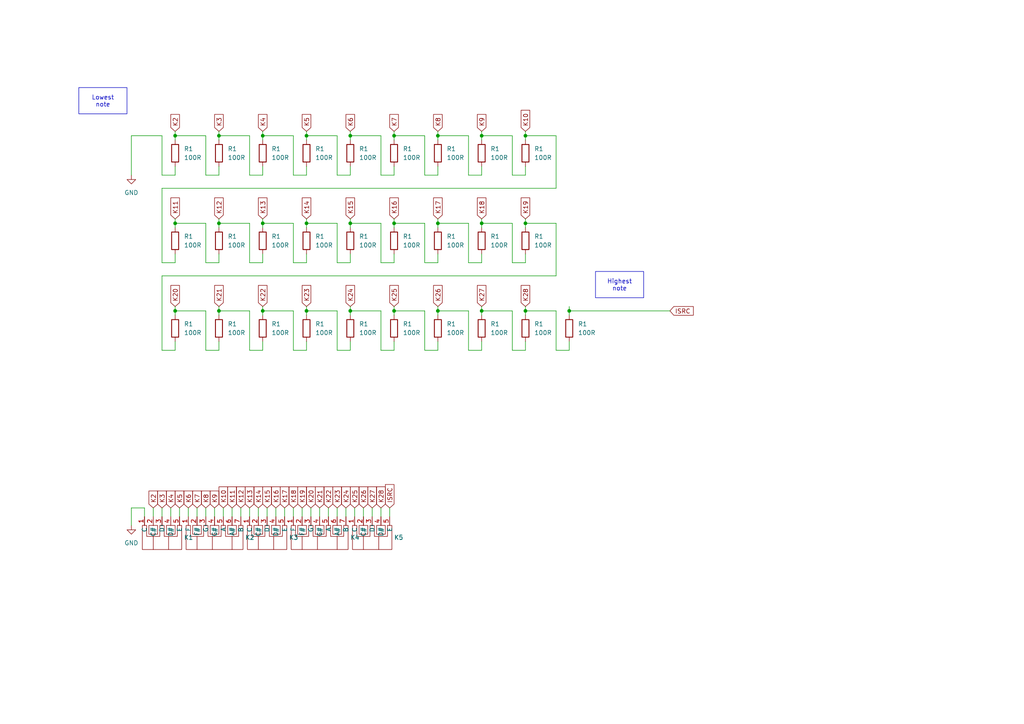
<source format=kicad_sch>
(kicad_sch (version 20230121) (generator eeschema)
  (paper "A4")
  (lib_symbols
    (symbol "Device:R" (pin_numbers hide) (pin_names (offset 0))
      (property "Reference" "R" (at 2.032 0 90))
      (property "Value" "R" (at 0 0 90))
      (symbol "R_0_1"
        (rectangle (start -1.016 -2.54) (end 1.016 2.54) (stroke (width 0.254)))
      )
      (symbol "R_1_1"
        (pin passive line (at 0 3.81 270) (length 1.27) (name "~") (number "1"))
        (pin passive line (at 0 -3.81 90) (length 1.27) (name "~") (number "2"))
      )
    )
    (symbol "Synth:Keyboard_5_keys" (in_bom no)
      (property "Reference" "K" (at -1.905 4.445 0))
      (symbol "Keyboard_5_keys_0_1"
        (polyline (pts (xy -0.635 0) (xy -0.635 -3.175) (xy -2.54 -3.175)))
        (polyline (pts (xy 4.445 0) (xy 4.445 -3.175) (xy 1.905 -3.175)))
        (polyline (pts (xy 4.445 0) (xy 5.715 0) (xy 5.715 -6.985) (xy 1.905 -6.985)))
        (polyline (pts (xy -3.81 0) (xy -3.81 -2.54) (xy -1.27 -2.54) (xy -1.27 0) (xy -3.81 0)))
        (polyline (pts (xy 1.27 0) (xy 1.27 -2.54) (xy 3.81 -2.54) (xy 3.81 0) (xy 1.27 0)))
        (polyline (pts (xy -2.54 -6.985) (xy 1.905 -6.985) (xy 1.905 -3.175) (xy 0.635 -3.175) (xy 0.635 0) (xy -0.635 0)))
        (polyline (pts (xy -5.08 0) (xy -5.715 0) (xy -5.715 -6.985) (xy -2.54 -6.985) (xy -2.54 -3.175) (xy -4.445 -3.175) (xy -4.445 0) (xy -5.08 0)))
      )
      (symbol "Keyboard_5_keys_1_1"
        (pin input line (at -5.08 2.54 270) (length 2.54) (name "C") (number "1"))
        (pin input line (at -2.54 2.54 270) (length 2.54) (name "C#") (number "2"))
        (pin input line (at 0 2.54 270) (length 2.54) (name "D") (number "3"))
        (pin input line (at 2.54 2.54 270) (length 2.54) (name "D#") (number "4"))
        (pin input line (at 5.08 2.54 270) (length 2.54) (name "E") (number "5"))
      )
    )
    (symbol "Synth:Keyboard_7_keys" (in_bom no)
      (property "Reference" "K" (at -1.905 4.445 0))
      (symbol "Keyboard_7_keys_0_1"
        (polyline (pts (xy -0.635 0) (xy -0.635 -3.175) (xy -2.54 -3.175)))
        (polyline (pts (xy 4.445 0) (xy 4.445 -3.175) (xy 1.905 -3.175)))
        (polyline (pts (xy 9.525 0) (xy 9.525 -3.175) (xy 7.62 -3.175)))
        (polyline (pts (xy 9.525 0) (xy 10.795 0) (xy 10.795 -6.985) (xy 7.62 -6.985)))
        (polyline (pts (xy -3.81 0) (xy -3.81 -2.54) (xy -1.27 -2.54) (xy -1.27 0) (xy -3.81 0)))
        (polyline (pts (xy 1.27 0) (xy 1.27 -2.54) (xy 3.81 -2.54) (xy 3.81 0) (xy 1.27 0)))
        (polyline (pts (xy 6.35 0) (xy 6.35 -2.54) (xy 8.89 -2.54) (xy 8.89 0) (xy 6.35 0)))
        (polyline (pts (xy -2.54 -6.985) (xy 1.905 -6.985) (xy 1.905 -3.175) (xy 0.635 -3.175) (xy 0.635 0) (xy -0.635 0)))
        (polyline (pts (xy 4.445 0) (xy 5.715 0) (xy 5.715 -3.175) (xy 7.62 -3.175) (xy 7.62 -6.985) (xy 1.905 -6.985)))
        (polyline (pts (xy -5.08 0) (xy -5.715 0) (xy -5.715 -6.985) (xy -2.54 -6.985) (xy -2.54 -3.175) (xy -4.445 -3.175) (xy -4.445 0) (xy -5.08 0)))
      )
      (symbol "Keyboard_7_keys_1_1"
        (pin input line (at -5.08 2.54 270) (length 2.54) (name "F") (number "1"))
        (pin input line (at -2.54 2.54 270) (length 2.54) (name "F#") (number "2"))
        (pin input line (at 0 2.54 270) (length 2.54) (name "G") (number "3"))
        (pin input line (at 2.54 2.54 270) (length 2.54) (name "G#") (number "4"))
        (pin input line (at 5.08 2.54 270) (length 2.54) (name "A") (number "5"))
        (pin input line (at 7.62 2.54 270) (length 2.54) (name "A#") (number "6"))
        (pin input line (at 10.16 2.54 270) (length 2.54) (name "B") (number "7"))
      )
    )
    (symbol "power:GND" (power) (pin_names (offset 0))
      (property "Value" "GND" (at 0 -3.81 0))
      (symbol "GND_0_1"
        (polyline (pts (xy 0 0) (xy 0 -1.27) (xy 1.27 -1.27) (xy 0 -2.54) (xy -1.27 -1.27) (xy 0 -1.27)))
      )
      (symbol "GND_1_1"
        (pin power_in line (at 0 0 270) (length 0) hide (name "GND") (number "1"))
      )
    )
  )
  (junction (at 63.5 39.37))
  (junction (at 101.6 64.77))
  (junction (at 139.7 90.17))
  (junction (at 152.4 90.17))
  (junction (at 50.8 90.17))
  (junction (at 63.5 64.77))
  (junction (at 139.7 64.77))
  (junction (at 50.8 64.77))
  (junction (at 165.1 90.17))
  (junction (at 88.9 39.37))
  (junction (at 127 64.77))
  (junction (at 114.3 90.17))
  (junction (at 101.6 90.17))
  (junction (at 50.8 39.37))
  (junction (at 101.6 39.37))
  (junction (at 114.3 39.37))
  (junction (at 152.4 39.37))
  (junction (at 127 90.17))
  (junction (at 76.2 39.37))
  (junction (at 88.9 64.77))
  (junction (at 127 39.37))
  (junction (at 114.3 64.77))
  (junction (at 152.4 64.77))
  (junction (at 88.9 90.17))
  (junction (at 139.7 39.37))
  (junction (at 76.2 90.17))
  (junction (at 63.5 90.17))
  (junction (at 76.2 64.77))
  (wire (pts (xy 152.4 39.37) (xy 152.4 40.64)))
  (wire (pts (xy 59.69 50.8) (xy 59.69 39.37)))
  (wire (pts (xy 114.3 38.1) (xy 114.3 39.37)))
  (wire (pts (xy 80.01 147.32) (xy 80.01 149.86)))
  (wire (pts (xy 114.3 63.5) (xy 114.3 64.77)))
  (wire (pts (xy 88.9 90.17) (xy 88.9 91.44)))
  (wire (pts (xy 46.99 76.2) (xy 46.99 54.61)))
  (wire (pts (xy 107.95 147.32) (xy 107.95 149.86)))
  (wire (pts (xy 52.07 147.32) (xy 52.07 149.86)))
  (wire (pts (xy 101.6 101.6) (xy 97.79 101.6)))
  (wire (pts (xy 85.09 147.32) (xy 85.09 149.86)))
  (wire (pts (xy 63.5 99.06) (xy 63.5 101.6)))
  (wire (pts (xy 72.39 39.37) (xy 63.5 39.37)))
  (wire (pts (xy 114.3 88.9) (xy 114.3 90.17)))
  (wire (pts (xy 139.7 64.77) (xy 139.7 66.04)))
  (wire (pts (xy 152.4 48.26) (xy 152.4 50.8)))
  (wire (pts (xy 135.89 50.8) (xy 135.89 39.37)))
  (wire (pts (xy 139.7 48.26) (xy 139.7 50.8)))
  (wire (pts (xy 38.1 147.32) (xy 38.1 152.4)))
  (wire (pts (xy 64.77 147.32) (xy 64.77 149.86)))
  (wire (pts (xy 85.09 101.6) (xy 85.09 90.17)))
  (wire (pts (xy 63.5 63.5) (xy 63.5 64.77)))
  (wire (pts (xy 148.59 90.17) (xy 139.7 90.17)))
  (wire (pts (xy 76.2 64.77) (xy 76.2 66.04)))
  (wire (pts (xy 63.5 88.9) (xy 63.5 90.17)))
  (wire (pts (xy 88.9 101.6) (xy 85.09 101.6)))
  (wire (pts (xy 123.19 90.17) (xy 114.3 90.17)))
  (wire (pts (xy 50.8 99.06) (xy 50.8 101.6)))
  (wire (pts (xy 101.6 39.37) (xy 110.49 39.37)))
  (wire (pts (xy 139.7 101.6) (xy 135.89 101.6)))
  (wire (pts (xy 127 88.9) (xy 127 90.17)))
  (wire (pts (xy 152.4 50.8) (xy 148.59 50.8)))
  (wire (pts (xy 46.99 54.61) (xy 161.29 54.61)))
  (wire (pts (xy 123.19 64.77) (xy 114.3 64.77)))
  (wire (pts (xy 114.3 73.66) (xy 114.3 76.2)))
  (wire (pts (xy 127 76.2) (xy 123.19 76.2)))
  (wire (pts (xy 101.6 76.2) (xy 97.79 76.2)))
  (wire (pts (xy 88.9 88.9) (xy 88.9 90.17)))
  (wire (pts (xy 101.6 63.5) (xy 101.6 64.77)))
  (wire (pts (xy 127 39.37) (xy 127 40.64)))
  (wire (pts (xy 114.3 76.2) (xy 110.49 76.2)))
  (wire (pts (xy 139.7 63.5) (xy 139.7 64.77)))
  (wire (pts (xy 148.59 50.8) (xy 148.59 39.37)))
  (wire (pts (xy 152.4 99.06) (xy 152.4 101.6)))
  (wire (pts (xy 165.1 101.6) (xy 161.29 101.6)))
  (wire (pts (xy 72.39 90.17) (xy 63.5 90.17)))
  (wire (pts (xy 152.4 101.6) (xy 148.59 101.6)))
  (wire (pts (xy 38.1 39.37) (xy 46.99 39.37)))
  (wire (pts (xy 161.29 90.17) (xy 152.4 90.17)))
  (wire (pts (xy 69.85 147.32) (xy 69.85 149.86)))
  (wire (pts (xy 123.19 39.37) (xy 114.3 39.37)))
  (wire (pts (xy 101.6 90.17) (xy 101.6 91.44)))
  (wire (pts (xy 148.59 64.77) (xy 139.7 64.77)))
  (wire (pts (xy 77.47 147.32) (xy 77.47 149.86)))
  (wire (pts (xy 114.3 99.06) (xy 114.3 101.6)))
  (wire (pts (xy 165.1 90.17) (xy 165.1 91.44)))
  (wire (pts (xy 76.2 73.66) (xy 76.2 76.2)))
  (wire (pts (xy 110.49 90.17) (xy 101.6 90.17)))
  (wire (pts (xy 165.1 88.9) (xy 165.1 90.17)))
  (wire (pts (xy 50.8 39.37) (xy 50.8 40.64)))
  (wire (pts (xy 85.09 90.17) (xy 76.2 90.17)))
  (wire (pts (xy 161.29 80.01) (xy 161.29 64.77)))
  (wire (pts (xy 46.99 80.01) (xy 161.29 80.01)))
  (wire (pts (xy 85.09 50.8) (xy 85.09 39.37)))
  (wire (pts (xy 50.8 101.6) (xy 46.99 101.6)))
  (wire (pts (xy 63.5 73.66) (xy 63.5 76.2)))
  (wire (pts (xy 50.8 88.9) (xy 50.8 90.17)))
  (wire (pts (xy 74.93 147.32) (xy 74.93 149.86)))
  (wire (pts (xy 88.9 50.8) (xy 85.09 50.8)))
  (wire (pts (xy 123.19 76.2) (xy 123.19 64.77)))
  (wire (pts (xy 63.5 38.1) (xy 63.5 39.37)))
  (wire (pts (xy 97.79 39.37) (xy 88.9 39.37)))
  (wire (pts (xy 135.89 90.17) (xy 127 90.17)))
  (wire (pts (xy 127 50.8) (xy 123.19 50.8)))
  (wire (pts (xy 127 101.6) (xy 123.19 101.6)))
  (wire (pts (xy 97.79 76.2) (xy 97.79 64.77)))
  (wire (pts (xy 194.31 90.17) (xy 165.1 90.17)))
  (wire (pts (xy 114.3 101.6) (xy 110.49 101.6)))
  (wire (pts (xy 88.9 48.26) (xy 88.9 50.8)))
  (wire (pts (xy 88.9 73.66) (xy 88.9 76.2)))
  (wire (pts (xy 105.41 147.32) (xy 105.41 149.86)))
  (wire (pts (xy 50.8 50.8) (xy 46.99 50.8)))
  (wire (pts (xy 76.2 76.2) (xy 72.39 76.2)))
  (wire (pts (xy 95.25 147.32) (xy 95.25 149.86)))
  (wire (pts (xy 127 99.06) (xy 127 101.6)))
  (wire (pts (xy 50.8 73.66) (xy 50.8 76.2)))
  (wire (pts (xy 165.1 99.06) (xy 165.1 101.6)))
  (wire (pts (xy 59.69 147.32) (xy 59.69 149.86)))
  (wire (pts (xy 139.7 99.06) (xy 139.7 101.6)))
  (wire (pts (xy 152.4 90.17) (xy 152.4 91.44)))
  (wire (pts (xy 76.2 38.1) (xy 76.2 39.37)))
  (wire (pts (xy 139.7 50.8) (xy 135.89 50.8)))
  (wire (pts (xy 135.89 64.77) (xy 127 64.77)))
  (wire (pts (xy 63.5 48.26) (xy 63.5 50.8)))
  (wire (pts (xy 63.5 76.2) (xy 59.69 76.2)))
  (wire (pts (xy 123.19 50.8) (xy 123.19 39.37)))
  (wire (pts (xy 148.59 39.37) (xy 139.7 39.37)))
  (wire (pts (xy 46.99 50.8) (xy 46.99 39.37)))
  (wire (pts (xy 67.31 147.32) (xy 67.31 149.86)))
  (wire (pts (xy 88.9 64.77) (xy 88.9 66.04)))
  (wire (pts (xy 139.7 76.2) (xy 135.89 76.2)))
  (wire (pts (xy 59.69 64.77) (xy 50.8 64.77)))
  (wire (pts (xy 90.17 147.32) (xy 90.17 149.86)))
  (wire (pts (xy 88.9 39.37) (xy 88.9 40.64)))
  (wire (pts (xy 57.15 147.32) (xy 57.15 149.86)))
  (wire (pts (xy 50.8 76.2) (xy 46.99 76.2)))
  (wire (pts (xy 97.79 64.77) (xy 88.9 64.77)))
  (wire (pts (xy 62.23 147.32) (xy 62.23 149.86)))
  (wire (pts (xy 46.99 101.6) (xy 46.99 80.01)))
  (wire (pts (xy 50.8 38.1) (xy 50.8 39.37)))
  (wire (pts (xy 127 64.77) (xy 127 66.04)))
  (wire (pts (xy 139.7 90.17) (xy 139.7 91.44)))
  (wire (pts (xy 49.53 147.32) (xy 49.53 149.86)))
  (wire (pts (xy 114.3 48.26) (xy 114.3 50.8)))
  (wire (pts (xy 139.7 39.37) (xy 139.7 40.64)))
  (wire (pts (xy 97.79 101.6) (xy 97.79 90.17)))
  (wire (pts (xy 46.99 147.32) (xy 46.99 149.86)))
  (wire (pts (xy 76.2 63.5) (xy 76.2 64.77)))
  (wire (pts (xy 63.5 90.17) (xy 63.5 91.44)))
  (wire (pts (xy 127 38.1) (xy 127 39.37)))
  (wire (pts (xy 139.7 88.9) (xy 139.7 90.17)))
  (wire (pts (xy 59.69 39.37) (xy 50.8 39.37)))
  (wire (pts (xy 76.2 101.6) (xy 72.39 101.6)))
  (wire (pts (xy 139.7 38.1) (xy 139.7 39.37)))
  (wire (pts (xy 41.91 147.32) (xy 38.1 147.32)))
  (wire (pts (xy 44.45 147.32) (xy 44.45 149.86)))
  (wire (pts (xy 76.2 50.8) (xy 72.39 50.8)))
  (wire (pts (xy 97.79 147.32) (xy 97.79 149.86)))
  (wire (pts (xy 82.55 147.32) (xy 82.55 149.86)))
  (wire (pts (xy 88.9 76.2) (xy 85.09 76.2)))
  (wire (pts (xy 101.6 88.9) (xy 101.6 90.17)))
  (wire (pts (xy 41.91 149.86) (xy 41.91 147.32)))
  (wire (pts (xy 54.61 147.32) (xy 54.61 149.86)))
  (wire (pts (xy 127 63.5) (xy 127 64.77)))
  (wire (pts (xy 135.89 76.2) (xy 135.89 64.77)))
  (wire (pts (xy 50.8 63.5) (xy 50.8 64.77)))
  (wire (pts (xy 114.3 64.77) (xy 114.3 66.04)))
  (wire (pts (xy 59.69 90.17) (xy 50.8 90.17)))
  (wire (pts (xy 110.49 101.6) (xy 110.49 90.17)))
  (wire (pts (xy 152.4 88.9) (xy 152.4 90.17)))
  (wire (pts (xy 100.33 147.32) (xy 100.33 149.86)))
  (wire (pts (xy 87.63 147.32) (xy 87.63 149.86)))
  (wire (pts (xy 85.09 76.2) (xy 85.09 64.77)))
  (wire (pts (xy 127 90.17) (xy 127 91.44)))
  (wire (pts (xy 114.3 50.8) (xy 110.49 50.8)))
  (wire (pts (xy 127 73.66) (xy 127 76.2)))
  (wire (pts (xy 97.79 90.17) (xy 88.9 90.17)))
  (wire (pts (xy 72.39 64.77) (xy 63.5 64.77)))
  (wire (pts (xy 50.8 64.77) (xy 50.8 66.04)))
  (wire (pts (xy 63.5 64.77) (xy 63.5 66.04)))
  (wire (pts (xy 123.19 101.6) (xy 123.19 90.17)))
  (wire (pts (xy 88.9 99.06) (xy 88.9 101.6)))
  (wire (pts (xy 50.8 90.17) (xy 50.8 91.44)))
  (wire (pts (xy 76.2 99.06) (xy 76.2 101.6)))
  (wire (pts (xy 110.49 50.8) (xy 110.49 39.37)))
  (wire (pts (xy 76.2 90.17) (xy 76.2 91.44)))
  (wire (pts (xy 72.39 76.2) (xy 72.39 64.77)))
  (wire (pts (xy 85.09 64.77) (xy 76.2 64.77)))
  (wire (pts (xy 63.5 101.6) (xy 59.69 101.6)))
  (wire (pts (xy 50.8 48.26) (xy 50.8 50.8)))
  (wire (pts (xy 101.6 38.1) (xy 101.6 39.37)))
  (wire (pts (xy 72.39 147.32) (xy 72.39 149.86)))
  (wire (pts (xy 114.3 90.17) (xy 114.3 91.44)))
  (wire (pts (xy 110.49 64.77) (xy 101.6 64.77)))
  (wire (pts (xy 76.2 39.37) (xy 76.2 40.64)))
  (wire (pts (xy 113.03 147.32) (xy 113.03 149.86)))
  (wire (pts (xy 72.39 101.6) (xy 72.39 90.17)))
  (wire (pts (xy 161.29 54.61) (xy 161.29 39.37)))
  (wire (pts (xy 101.6 64.77) (xy 101.6 66.04)))
  (wire (pts (xy 152.4 76.2) (xy 148.59 76.2)))
  (wire (pts (xy 161.29 101.6) (xy 161.29 90.17)))
  (wire (pts (xy 152.4 63.5) (xy 152.4 64.77)))
  (wire (pts (xy 110.49 147.32) (xy 110.49 149.86)))
  (wire (pts (xy 92.71 147.32) (xy 92.71 149.86)))
  (wire (pts (xy 59.69 101.6) (xy 59.69 90.17)))
  (wire (pts (xy 101.6 48.26) (xy 101.6 50.8)))
  (wire (pts (xy 161.29 64.77) (xy 152.4 64.77)))
  (wire (pts (xy 102.87 147.32) (xy 102.87 149.86)))
  (wire (pts (xy 114.3 39.37) (xy 114.3 40.64)))
  (wire (pts (xy 148.59 101.6) (xy 148.59 90.17)))
  (wire (pts (xy 63.5 50.8) (xy 59.69 50.8)))
  (wire (pts (xy 139.7 73.66) (xy 139.7 76.2)))
  (wire (pts (xy 152.4 38.1) (xy 152.4 39.37)))
  (wire (pts (xy 127 48.26) (xy 127 50.8)))
  (wire (pts (xy 152.4 73.66) (xy 152.4 76.2)))
  (wire (pts (xy 76.2 88.9) (xy 76.2 90.17)))
  (wire (pts (xy 85.09 39.37) (xy 76.2 39.37)))
  (wire (pts (xy 135.89 101.6) (xy 135.89 90.17)))
  (wire (pts (xy 135.89 39.37) (xy 127 39.37)))
  (wire (pts (xy 88.9 63.5) (xy 88.9 64.77)))
  (wire (pts (xy 88.9 38.1) (xy 88.9 39.37)))
  (wire (pts (xy 72.39 50.8) (xy 72.39 39.37)))
  (wire (pts (xy 101.6 39.37) (xy 101.6 40.64)))
  (wire (pts (xy 161.29 39.37) (xy 152.4 39.37)))
  (wire (pts (xy 59.69 76.2) (xy 59.69 64.77)))
  (wire (pts (xy 76.2 48.26) (xy 76.2 50.8)))
  (wire (pts (xy 110.49 76.2) (xy 110.49 64.77)))
  (wire (pts (xy 152.4 64.77) (xy 152.4 66.04)))
  (wire (pts (xy 101.6 99.06) (xy 101.6 101.6)))
  (wire (pts (xy 101.6 50.8) (xy 97.79 50.8)))
  (wire (pts (xy 148.59 76.2) (xy 148.59 64.77)))
  (wire (pts (xy 38.1 39.37) (xy 38.1 50.8)))
  (wire (pts (xy 97.79 50.8) (xy 97.79 39.37)))
  (wire (pts (xy 101.6 73.66) (xy 101.6 76.2)))
  (wire (pts (xy 63.5 39.37) (xy 63.5 40.64)))
  (text_box "Highest\nnote" (at 172.72 78.74 0) (size 13.97 7.62) (effects (font (size 1.27 1.27))))
  (text_box "Lowest\nnote" (at 22.86 25.4 0) (size 13.97 7.62) (effects (font (size 1.27 1.27))))
  (global_label "K23" (shape input) (at 88.9 88.9 90) (property "Intersheetrefs" "${INTERSHEET_REFS}" (effects hide)))
  (global_label "K21" (shape input) (at 92.71 147.32 90) (property "Intersheetrefs" "${INTERSHEET_REFS}" (effects hide)))
  (global_label "K12" (shape input) (at 63.5 63.5 90) (property "Intersheetrefs" "${INTERSHEET_REFS}" (effects hide)))
  (global_label "ISRC" (shape input) (at 194.31 90.17 0) (property "Intersheetrefs" "${INTERSHEET_REFS}" (effects hide)))
  (global_label "K8" (shape input) (at 59.69 147.32 90) (property "Intersheetrefs" "${INTERSHEET_REFS}" (effects hide)))
  (global_label "K28" (shape input) (at 110.49 147.32 90) (property "Intersheetrefs" "${INTERSHEET_REFS}" (effects hide)))
  (global_label "K23" (shape input) (at 97.79 147.32 90) (property "Intersheetrefs" "${INTERSHEET_REFS}" (effects hide)))
  (global_label "K22" (shape input) (at 95.25 147.32 90) (property "Intersheetrefs" "${INTERSHEET_REFS}" (effects hide)))
  (global_label "K8" (shape input) (at 127 38.1 90) (property "Intersheetrefs" "${INTERSHEET_REFS}" (effects hide)))
  (global_label "K17" (shape input) (at 82.55 147.32 90) (property "Intersheetrefs" "${INTERSHEET_REFS}" (effects hide)))
  (global_label "K18" (shape input) (at 85.09 147.32 90) (property "Intersheetrefs" "${INTERSHEET_REFS}" (effects hide)))
  (global_label "K19" (shape input) (at 152.4 63.5 90) (property "Intersheetrefs" "${INTERSHEET_REFS}" (effects hide)))
  (global_label "K20" (shape input) (at 50.8 88.9 90) (property "Intersheetrefs" "${INTERSHEET_REFS}" (effects hide)))
  (global_label "K4" (shape input) (at 76.2 38.1 90) (property "Intersheetrefs" "${INTERSHEET_REFS}" (effects hide)))
  (global_label "K27" (shape input) (at 107.95 147.32 90) (property "Intersheetrefs" "${INTERSHEET_REFS}" (effects hide)))
  (global_label "K11" (shape input) (at 67.31 147.32 90) (property "Intersheetrefs" "${INTERSHEET_REFS}" (effects hide)))
  (global_label "K24" (shape input) (at 101.6 88.9 90) (property "Intersheetrefs" "${INTERSHEET_REFS}" (effects hide)))
  (global_label "K5" (shape input) (at 52.07 147.32 90) (property "Intersheetrefs" "${INTERSHEET_REFS}" (effects hide)))
  (global_label "K10" (shape input) (at 64.77 147.32 90) (property "Intersheetrefs" "${INTERSHEET_REFS}" (effects hide)))
  (global_label "K26" (shape input) (at 127 88.9 90) (property "Intersheetrefs" "${INTERSHEET_REFS}" (effects hide)))
  (global_label "K27" (shape input) (at 139.7 88.9 90) (property "Intersheetrefs" "${INTERSHEET_REFS}" (effects hide)))
  (global_label "K13" (shape input) (at 72.39 147.32 90) (property "Intersheetrefs" "${INTERSHEET_REFS}" (effects hide)))
  (global_label "K6" (shape input) (at 101.6 38.1 90) (property "Intersheetrefs" "${INTERSHEET_REFS}" (effects hide)))
  (global_label "K2" (shape input) (at 44.45 147.32 90) (property "Intersheetrefs" "${INTERSHEET_REFS}" (effects hide)))
  (global_label "K4" (shape input) (at 49.53 147.32 90) (property "Intersheetrefs" "${INTERSHEET_REFS}" (effects hide)))
  (global_label "K15" (shape input) (at 101.6 63.5 90) (property "Intersheetrefs" "${INTERSHEET_REFS}" (effects hide)))
  (global_label "K19" (shape input) (at 87.63 147.32 90) (property "Intersheetrefs" "${INTERSHEET_REFS}" (effects hide)))
  (global_label "K16" (shape input) (at 80.01 147.32 90) (property "Intersheetrefs" "${INTERSHEET_REFS}" (effects hide)))
  (global_label "K9" (shape input) (at 139.7 38.1 90) (property "Intersheetrefs" "${INTERSHEET_REFS}" (effects hide)))
  (global_label "K5" (shape input) (at 88.9 38.1 90) (property "Intersheetrefs" "${INTERSHEET_REFS}" (effects hide)))
  (global_label "K7" (shape input) (at 114.3 38.1 90) (property "Intersheetrefs" "${INTERSHEET_REFS}" (effects hide)))
  (global_label "K11" (shape input) (at 50.8 63.5 90) (property "Intersheetrefs" "${INTERSHEET_REFS}" (effects hide)))
  (global_label "K13" (shape input) (at 76.2 63.5 90) (property "Intersheetrefs" "${INTERSHEET_REFS}" (effects hide)))
  (global_label "K28" (shape input) (at 152.4 88.9 90) (property "Intersheetrefs" "${INTERSHEET_REFS}" (effects hide)))
  (global_label "K14" (shape input) (at 74.93 147.32 90) (property "Intersheetrefs" "${INTERSHEET_REFS}" (effects hide)))
  (global_label "K12" (shape input) (at 69.85 147.32 90) (property "Intersheetrefs" "${INTERSHEET_REFS}" (effects hide)))
  (global_label "K18" (shape input) (at 139.7 63.5 90) (property "Intersheetrefs" "${INTERSHEET_REFS}" (effects hide)))
  (global_label "K15" (shape input) (at 77.47 147.32 90) (property "Intersheetrefs" "${INTERSHEET_REFS}" (effects hide)))
  (global_label "K25" (shape input) (at 102.87 147.32 90) (property "Intersheetrefs" "${INTERSHEET_REFS}" (effects hide)))
  (global_label "K9" (shape input) (at 62.23 147.32 90) (property "Intersheetrefs" "${INTERSHEET_REFS}" (effects hide)))
  (global_label "K10" (shape input) (at 152.4 38.1 90) (property "Intersheetrefs" "${INTERSHEET_REFS}" (effects hide)))
  (global_label "K14" (shape input) (at 88.9 63.5 90) (property "Intersheetrefs" "${INTERSHEET_REFS}" (effects hide)))
  (global_label "K3" (shape input) (at 63.5 38.1 90) (property "Intersheetrefs" "${INTERSHEET_REFS}" (effects hide)))
  (global_label "K3" (shape input) (at 46.99 147.32 90) (property "Intersheetrefs" "${INTERSHEET_REFS}" (effects hide)))
  (global_label "K7" (shape input) (at 57.15 147.32 90) (property "Intersheetrefs" "${INTERSHEET_REFS}" (effects hide)))
  (global_label "K21" (shape input) (at 63.5 88.9 90) (property "Intersheetrefs" "${INTERSHEET_REFS}" (effects hide)))
  (global_label "K24" (shape input) (at 100.33 147.32 90) (property "Intersheetrefs" "${INTERSHEET_REFS}" (effects hide)))
  (global_label "K16" (shape input) (at 114.3 63.5 90) (property "Intersheetrefs" "${INTERSHEET_REFS}" (effects hide)))
  (global_label "K22" (shape input) (at 76.2 88.9 90) (property "Intersheetrefs" "${INTERSHEET_REFS}" (effects hide)))
  (global_label "K17" (shape input) (at 127 63.5 90) (property "Intersheetrefs" "${INTERSHEET_REFS}" (effects hide)))
  (global_label "K25" (shape input) (at 114.3 88.9 90) (property "Intersheetrefs" "${INTERSHEET_REFS}" (effects hide)))
  (global_label "K2" (shape input) (at 50.8 38.1 90) (property "Intersheetrefs" "${INTERSHEET_REFS}" (effects hide)))
  (global_label "K26" (shape input) (at 105.41 147.32 90) (property "Intersheetrefs" "${INTERSHEET_REFS}" (effects hide)))
  (global_label "K20" (shape input) (at 90.17 147.32 90) (property "Intersheetrefs" "${INTERSHEET_REFS}" (effects hide)))
  (global_label "K6" (shape input) (at 54.61 147.32 90) (property "Intersheetrefs" "${INTERSHEET_REFS}" (effects hide)))
  (global_label "ISRC" (shape input) (at 113.03 147.32 90) (property "Intersheetrefs" "${INTERSHEET_REFS}" (effects hide)))
  (symbol (lib_id "Device:R") (at 63.5 44.45 180) (unit 1)
    (property "Reference" "R1" (at 66.04 43.18 0) (effects (justify right)))
    (property "Value" "100R" (at 66.04 45.72 0) (effects (justify right)))
    (property "Footprint" "Library:R_Axial_DIN0207_L6.3mm_D2.5mm_P7.62mm_Horizontal" (effects hide))
    (instances (project "VCO" (path "" (reference "R1") (unit 1)) (path "" (reference "R1") (unit 1))) (project "VCA" (path "" (reference "R9") (unit 1))) (project "Controller" (path "" (reference "R32") (unit 1))))
  )
  (symbol (lib_id "Device:R") (at 127 44.45 180) (unit 1)
    (property "Reference" "R1" (at 129.54 43.18 0) (effects (justify right)))
    (property "Value" "100R" (at 129.54 45.72 0) (effects (justify right)))
    (property "Footprint" "Library:R_Axial_DIN0207_L6.3mm_D2.5mm_P7.62mm_Horizontal" (effects hide))
    (instances (project "VCO" (path "" (reference "R1") (unit 1)) (path "" (reference "R1") (unit 1))) (project "VCA" (path "" (reference "R9") (unit 1))) (project "Controller" (path "" (reference "R47") (unit 1))))
  )
  (symbol (lib_id "Synth:Keyboard_7_keys") (at 90.17 152.4 0) (unit 1) (in_bom no)
    (property "Reference" "K4" (at 101.6 155.8925 0) (effects (justify left)))
    (property "Value" "~" (at 90.17 152.4 0))
  )
  (symbol (lib_id "Device:R") (at 50.8 95.25 180) (unit 1)
    (property "Reference" "R1" (at 53.34 93.98 0) (effects (justify right)))
    (property "Value" "100R" (at 53.34 96.52 0) (effects (justify right)))
    (property "Footprint" "Library:R_Axial_DIN0207_L6.3mm_D2.5mm_P7.62mm_Horizontal" (effects hide))
    (instances (project "VCO" (path "" (reference "R1") (unit 1)) (path "" (reference "R1") (unit 1))) (project "VCA" (path "" (reference "R9") (unit 1))) (project "Controller" (path "" (reference "R31") (unit 1))))
  )
  (symbol (lib_id "Device:R") (at 139.7 69.85 180) (unit 1)
    (property "Reference" "R1" (at 142.24 68.58 0) (effects (justify right)))
    (property "Value" "100R" (at 142.24 71.12 0) (effects (justify right)))
    (property "Footprint" "Library:R_Axial_DIN0207_L6.3mm_D2.5mm_P7.62mm_Horizontal" (effects hide))
    (instances (project "VCO" (path "" (reference "R1") (unit 1)) (path "" (reference "R1") (unit 1))) (project "VCA" (path "" (reference "R9") (unit 1))) (project "Controller" (path "" (reference "R51") (unit 1))))
  )
  (symbol (lib_id "Device:R") (at 139.7 44.45 180) (unit 1)
    (property "Reference" "R1" (at 142.24 43.18 0) (effects (justify right)))
    (property "Value" "100R" (at 142.24 45.72 0) (effects (justify right)))
    (property "Footprint" "Library:R_Axial_DIN0207_L6.3mm_D2.5mm_P7.62mm_Horizontal" (effects hide))
    (instances (project "VCO" (path "" (reference "R1") (unit 1)) (path "" (reference "R1") (unit 1))) (project "VCA" (path "" (reference "R9") (unit 1))) (project "Controller" (path "" (reference "R50") (unit 1))))
  )
  (symbol (lib_id "Device:R") (at 101.6 44.45 180) (unit 1)
    (property "Reference" "R1" (at 104.14 43.18 0) (effects (justify right)))
    (property "Value" "100R" (at 104.14 45.72 0) (effects (justify right)))
    (property "Footprint" "Library:R_Axial_DIN0207_L6.3mm_D2.5mm_P7.62mm_Horizontal" (effects hide))
    (instances (project "VCO" (path "" (reference "R1") (unit 1)) (path "" (reference "R1") (unit 1))) (project "VCA" (path "" (reference "R9") (unit 1))) (project "Controller" (path "" (reference "R41") (unit 1))))
  )
  (symbol (lib_id "Device:R") (at 76.2 95.25 180) (unit 1)
    (property "Reference" "R1" (at 78.74 93.98 0) (effects (justify right)))
    (property "Value" "100R" (at 78.74 96.52 0) (effects (justify right)))
    (property "Footprint" "Library:R_Axial_DIN0207_L6.3mm_D2.5mm_P7.62mm_Horizontal" (effects hide))
    (instances (project "VCO" (path "" (reference "R1") (unit 1)) (path "" (reference "R1") (unit 1))) (project "VCA" (path "" (reference "R9") (unit 1))) (project "Controller" (path "" (reference "R37") (unit 1))))
  )
  (symbol (lib_id "Synth:Keyboard_7_keys") (at 59.69 152.4 0) (unit 1) (in_bom no)
    (property "Reference" "K2" (at 71.12 155.8925 0) (effects (justify left)))
    (property "Value" "~" (at 59.69 152.4 0))
  )
  (symbol (lib_id "Device:R") (at 101.6 95.25 180) (unit 1)
    (property "Reference" "R1" (at 104.14 93.98 0) (effects (justify right)))
    (property "Value" "100R" (at 104.14 96.52 0) (effects (justify right)))
    (property "Footprint" "Library:R_Axial_DIN0207_L6.3mm_D2.5mm_P7.62mm_Horizontal" (effects hide))
    (instances (project "VCO" (path "" (reference "R1") (unit 1)) (path "" (reference "R1") (unit 1))) (project "VCA" (path "" (reference "R9") (unit 1))) (project "Controller" (path "" (reference "R43") (unit 1))))
  )
  (symbol (lib_id "Device:R") (at 152.4 69.85 180) (unit 1)
    (property "Reference" "R1" (at 154.94 68.58 0) (effects (justify right)))
    (property "Value" "100R" (at 154.94 71.12 0) (effects (justify right)))
    (property "Footprint" "Library:R_Axial_DIN0207_L6.3mm_D2.5mm_P7.62mm_Horizontal" (effects hide))
    (instances (project "VCO" (path "" (reference "R1") (unit 1)) (path "" (reference "R1") (unit 1))) (project "VCA" (path "" (reference "R9") (unit 1))) (project "Controller" (path "" (reference "R54") (unit 1))))
  )
  (symbol (lib_id "Device:R") (at 152.4 95.25 180) (unit 1)
    (property "Reference" "R1" (at 154.94 93.98 0) (effects (justify right)))
    (property "Value" "100R" (at 154.94 96.52 0) (effects (justify right)))
    (property "Footprint" "Library:R_Axial_DIN0207_L6.3mm_D2.5mm_P7.62mm_Horizontal" (effects hide))
    (instances (project "VCO" (path "" (reference "R1") (unit 1)) (path "" (reference "R1") (unit 1))) (project "VCA" (path "" (reference "R9") (unit 1))) (project "Controller" (path "" (reference "R55") (unit 1))))
  )
  (symbol (lib_id "Device:R") (at 50.8 69.85 180) (unit 1)
    (property "Reference" "R1" (at 53.34 68.58 0) (effects (justify right)))
    (property "Value" "100R" (at 53.34 71.12 0) (effects (justify right)))
    (property "Footprint" "Library:R_Axial_DIN0207_L6.3mm_D2.5mm_P7.62mm_Horizontal" (effects hide))
    (instances (project "VCO" (path "" (reference "R1") (unit 1)) (path "" (reference "R1") (unit 1))) (project "VCA" (path "" (reference "R9") (unit 1))) (project "Controller" (path "" (reference "R30") (unit 1))))
  )
  (symbol (lib_id "Synth:Keyboard_5_keys") (at 107.95 152.4 0) (unit 1) (in_bom no)
    (property "Reference" "K5" (at 114.3 155.8925 0) (effects (justify left)))
    (property "Value" "~" (at 107.95 152.4 0))
  )
  (symbol (lib_id "power:GND") (at 38.1 50.8 0) (unit 1)
    (property "Reference" "#PWR039" (effects hide))
    (property "Value" "GND" (at 38.1 55.88 0))
  )
  (symbol (lib_id "Device:R") (at 88.9 69.85 180) (unit 1)
    (property "Reference" "R1" (at 91.44 68.58 0) (effects (justify right)))
    (property "Value" "100R" (at 91.44 71.12 0) (effects (justify right)))
    (property "Footprint" "Library:R_Axial_DIN0207_L6.3mm_D2.5mm_P7.62mm_Horizontal" (effects hide))
    (instances (project "VCO" (path "" (reference "R1") (unit 1)) (path "" (reference "R1") (unit 1))) (project "VCA" (path "" (reference "R9") (unit 1))) (project "Controller" (path "" (reference "R39") (unit 1))))
  )
  (symbol (lib_id "Device:R") (at 88.9 95.25 180) (unit 1)
    (property "Reference" "R1" (at 91.44 93.98 0) (effects (justify right)))
    (property "Value" "100R" (at 91.44 96.52 0) (effects (justify right)))
    (property "Footprint" "Library:R_Axial_DIN0207_L6.3mm_D2.5mm_P7.62mm_Horizontal" (effects hide))
    (instances (project "VCO" (path "" (reference "R1") (unit 1)) (path "" (reference "R1") (unit 1))) (project "VCA" (path "" (reference "R9") (unit 1))) (project "Controller" (path "" (reference "R40") (unit 1))))
  )
  (symbol (lib_id "Device:R") (at 101.6 69.85 180) (unit 1)
    (property "Reference" "R1" (at 104.14 68.58 0) (effects (justify right)))
    (property "Value" "100R" (at 104.14 71.12 0) (effects (justify right)))
    (property "Footprint" "Library:R_Axial_DIN0207_L6.3mm_D2.5mm_P7.62mm_Horizontal" (effects hide))
    (instances (project "VCO" (path "" (reference "R1") (unit 1)) (path "" (reference "R1") (unit 1))) (project "VCA" (path "" (reference "R9") (unit 1))) (project "Controller" (path "" (reference "R42") (unit 1))))
  )
  (symbol (lib_id "Device:R") (at 88.9 44.45 180) (unit 1)
    (property "Reference" "R1" (at 91.44 43.18 0) (effects (justify right)))
    (property "Value" "100R" (at 91.44 45.72 0) (effects (justify right)))
    (property "Footprint" "Library:R_Axial_DIN0207_L6.3mm_D2.5mm_P7.62mm_Horizontal" (effects hide))
    (instances (project "VCO" (path "" (reference "R1") (unit 1)) (path "" (reference "R1") (unit 1))) (project "VCA" (path "" (reference "R9") (unit 1))) (project "Controller" (path "" (reference "R38") (unit 1))))
  )
  (symbol (lib_id "Device:R") (at 76.2 44.45 180) (unit 1)
    (property "Reference" "R1" (at 78.74 43.18 0) (effects (justify right)))
    (property "Value" "100R" (at 78.74 45.72 0) (effects (justify right)))
    (property "Footprint" "Library:R_Axial_DIN0207_L6.3mm_D2.5mm_P7.62mm_Horizontal" (effects hide))
    (instances (project "VCO" (path "" (reference "R1") (unit 1)) (path "" (reference "R1") (unit 1))) (project "VCA" (path "" (reference "R9") (unit 1))) (project "Controller" (path "" (reference "R35") (unit 1))))
  )
  (symbol (lib_id "Device:R") (at 165.1 95.25 180) (unit 1)
    (property "Reference" "R1" (at 167.64 93.98 0) (effects (justify right)))
    (property "Value" "100R" (at 167.64 96.52 0) (effects (justify right)))
    (property "Footprint" "Library:R_Axial_DIN0207_L6.3mm_D2.5mm_P7.62mm_Horizontal" (effects hide))
    (instances (project "VCO" (path "" (reference "R1") (unit 1)) (path "" (reference "R1") (unit 1))) (project "VCA" (path "" (reference "R9") (unit 1))) (project "Controller" (path "" (reference "R56") (unit 1))))
  )
  (symbol (lib_id "Synth:Keyboard_5_keys") (at 77.47 152.4 0) (unit 1) (in_bom no)
    (property "Reference" "K3" (at 83.82 155.8925 0) (effects (justify left)))
    (property "Value" "~" (at 77.47 152.4 0))
    (property "Footprint" "Library:Keyboard 5 keys" (effects hide))
  )
  (symbol (lib_id "Device:R") (at 139.7 95.25 180) (unit 1)
    (property "Reference" "R1" (at 142.24 93.98 0) (effects (justify right)))
    (property "Value" "100R" (at 142.24 96.52 0) (effects (justify right)))
    (property "Footprint" "Library:R_Axial_DIN0207_L6.3mm_D2.5mm_P7.62mm_Horizontal" (effects hide))
    (instances (project "VCO" (path "" (reference "R1") (unit 1)) (path "" (reference "R1") (unit 1))) (project "VCA" (path "" (reference "R9") (unit 1))) (project "Controller" (path "" (reference "R52") (unit 1))))
  )
  (symbol (lib_id "Device:R") (at 152.4 44.45 180) (unit 1)
    (property "Reference" "R1" (at 154.94 43.18 0) (effects (justify right)))
    (property "Value" "100R" (at 154.94 45.72 0) (effects (justify right)))
    (property "Footprint" "Library:R_Axial_DIN0207_L6.3mm_D2.5mm_P7.62mm_Horizontal" (effects hide))
    (instances (project "VCO" (path "" (reference "R1") (unit 1)) (path "" (reference "R1") (unit 1))) (project "VCA" (path "" (reference "R9") (unit 1))) (project "Controller" (path "" (reference "R53") (unit 1))))
  )
  (symbol (lib_id "Synth:Keyboard_5_keys") (at 46.99 152.4 0) (unit 1) (in_bom no)
    (property "Reference" "K1" (at 53.34 155.8925 0) (effects (justify left)))
    (property "Value" "~" (at 46.99 152.4 0))
    (property "Footprint" "Library:Keyboard 5 keys" (effects hide))
  )
  (symbol (lib_id "Device:R") (at 76.2 69.85 180) (unit 1)
    (property "Reference" "R1" (at 78.74 68.58 0) (effects (justify right)))
    (property "Value" "100R" (at 78.74 71.12 0) (effects (justify right)))
    (property "Footprint" "Library:R_Axial_DIN0207_L6.3mm_D2.5mm_P7.62mm_Horizontal" (effects hide))
    (instances (project "VCO" (path "" (reference "R1") (unit 1)) (path "" (reference "R1") (unit 1))) (project "VCA" (path "" (reference "R9") (unit 1))) (project "Controller" (path "" (reference "R36") (unit 1))))
  )
  (symbol (lib_id "Device:R") (at 63.5 69.85 180) (unit 1)
    (property "Reference" "R1" (at 66.04 68.58 0) (effects (justify right)))
    (property "Value" "100R" (at 66.04 71.12 0) (effects (justify right)))
    (property "Footprint" "Library:R_Axial_DIN0207_L6.3mm_D2.5mm_P7.62mm_Horizontal" (effects hide))
    (instances (project "VCO" (path "" (reference "R1") (unit 1)) (path "" (reference "R1") (unit 1))) (project "VCA" (path "" (reference "R9") (unit 1))) (project "Controller" (path "" (reference "R33") (unit 1))))
  )
  (symbol (lib_id "Device:R") (at 63.5 95.25 180) (unit 1)
    (property "Reference" "R1" (at 66.04 93.98 0) (effects (justify right)))
    (property "Value" "100R" (at 66.04 96.52 0) (effects (justify right)))
    (property "Footprint" "Library:R_Axial_DIN0207_L6.3mm_D2.5mm_P7.62mm_Horizontal" (effects hide))
    (instances (project "VCO" (path "" (reference "R1") (unit 1)) (path "" (reference "R1") (unit 1))) (project "VCA" (path "" (reference "R9") (unit 1))) (project "Controller" (path "" (reference "R34") (unit 1))))
  )
  (symbol (lib_id "power:GND") (at 38.1 152.4 0) (unit 1)
    (property "Reference" "#PWR053" (effects hide))
    (property "Value" "GND" (at 38.1 157.48 0))
  )
  (symbol (lib_id "Device:R") (at 114.3 95.25 180) (unit 1)
    (property "Reference" "R1" (at 116.84 93.98 0) (effects (justify right)))
    (property "Value" "100R" (at 116.84 96.52 0) (effects (justify right)))
    (property "Footprint" "Library:R_Axial_DIN0207_L6.3mm_D2.5mm_P7.62mm_Horizontal" (effects hide))
    (instances (project "VCO" (path "" (reference "R1") (unit 1)) (path "" (reference "R1") (unit 1))) (project "VCA" (path "" (reference "R9") (unit 1))) (project "Controller" (path "" (reference "R46") (unit 1))))
  )
  (symbol (lib_id "Device:R") (at 127 69.85 180) (unit 1)
    (property "Reference" "R1" (at 129.54 68.58 0) (effects (justify right)))
    (property "Value" "100R" (at 129.54 71.12 0) (effects (justify right)))
    (property "Footprint" "Library:R_Axial_DIN0207_L6.3mm_D2.5mm_P7.62mm_Horizontal" (effects hide))
    (instances (project "VCO" (path "" (reference "R1") (unit 1)) (path "" (reference "R1") (unit 1))) (project "VCA" (path "" (reference "R9") (unit 1))) (project "Controller" (path "" (reference "R48") (unit 1))))
  )
  (symbol (lib_id "Device:R") (at 114.3 69.85 180) (unit 1)
    (property "Reference" "R1" (at 116.84 68.58 0) (effects (justify right)))
    (property "Value" "100R" (at 116.84 71.12 0) (effects (justify right)))
    (property "Footprint" "Library:R_Axial_DIN0207_L6.3mm_D2.5mm_P7.62mm_Horizontal" (effects hide))
    (instances (project "VCO" (path "" (reference "R1") (unit 1)) (path "" (reference "R1") (unit 1))) (project "VCA" (path "" (reference "R9") (unit 1))) (project "Controller" (path "" (reference "R45") (unit 1))))
  )
  (symbol (lib_id "Device:R") (at 127 95.25 180) (unit 1)
    (property "Reference" "R1" (at 129.54 93.98 0) (effects (justify right)))
    (property "Value" "100R" (at 129.54 96.52 0) (effects (justify right)))
    (property "Footprint" "Library:R_Axial_DIN0207_L6.3mm_D2.5mm_P7.62mm_Horizontal" (effects hide))
    (instances (project "VCO" (path "" (reference "R1") (unit 1)) (path "" (reference "R1") (unit 1))) (project "VCA" (path "" (reference "R9") (unit 1))) (project "Controller" (path "" (reference "R49") (unit 1))))
  )
  (symbol (lib_id "Device:R") (at 50.8 44.45 180) (unit 1)
    (property "Reference" "R1" (at 53.34 43.18 0) (effects (justify right)))
    (property "Value" "100R" (at 53.34 45.72 0) (effects (justify right)))
    (property "Footprint" "Library:R_Axial_DIN0207_L6.3mm_D2.5mm_P7.62mm_Horizontal" (effects hide))
    (instances (project "VCO" (path "" (reference "R1") (unit 1)) (path "" (reference "R1") (unit 1))) (project "VCA" (path "" (reference "R9") (unit 1))) (project "Controller" (path "" (reference "R29") (unit 1))))
  )
  (symbol (lib_id "Device:R") (at 114.3 44.45 180) (unit 1)
    (property "Reference" "R1" (at 116.84 43.18 0) (effects (justify right)))
    (property "Value" "100R" (at 116.84 45.72 0) (effects (justify right)))
    (property "Footprint" "Library:R_Axial_DIN0207_L6.3mm_D2.5mm_P7.62mm_Horizontal" (effects hide))
    (instances (project "VCO" (path "" (reference "R1") (unit 1)) (path "" (reference "R1") (unit 1))) (project "VCA" (path "" (reference "R9") (unit 1))) (project "Controller" (path "" (reference "R44") (unit 1))))
  )
)
</source>
